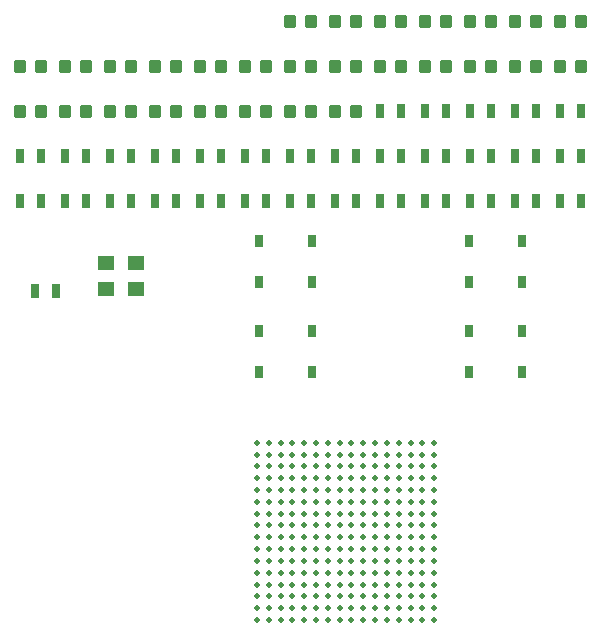
<source format=gbr>
G04 EAGLE Gerber RS-274X export*
G75*
%MOMM*%
%FSLAX34Y34*%
%LPD*%
%INSolderpaste Top*%
%IPPOS*%
%AMOC8*
5,1,8,0,0,1.08239X$1,22.5*%
G01*
%ADD10C,0.300000*%
%ADD11R,0.800000X1.200000*%
%ADD12R,0.700000X1.100000*%
%ADD13C,0.482600*%
%ADD14R,1.397000X1.193800*%


D10*
X335470Y517200D02*
X335470Y524200D01*
X342470Y524200D01*
X342470Y517200D01*
X335470Y517200D01*
X335470Y520050D02*
X342470Y520050D01*
X342470Y522900D02*
X335470Y522900D01*
X317930Y524200D02*
X317930Y517200D01*
X317930Y524200D02*
X324930Y524200D01*
X324930Y517200D01*
X317930Y517200D01*
X317930Y520050D02*
X324930Y520050D01*
X324930Y522900D02*
X317930Y522900D01*
X487870Y555300D02*
X487870Y562300D01*
X494870Y562300D01*
X494870Y555300D01*
X487870Y555300D01*
X487870Y558150D02*
X494870Y558150D01*
X494870Y561000D02*
X487870Y561000D01*
X470330Y562300D02*
X470330Y555300D01*
X470330Y562300D02*
X477330Y562300D01*
X477330Y555300D01*
X470330Y555300D01*
X470330Y558150D02*
X477330Y558150D01*
X477330Y561000D02*
X470330Y561000D01*
X449770Y562300D02*
X449770Y555300D01*
X449770Y562300D02*
X456770Y562300D01*
X456770Y555300D01*
X449770Y555300D01*
X449770Y558150D02*
X456770Y558150D01*
X456770Y561000D02*
X449770Y561000D01*
X432230Y562300D02*
X432230Y555300D01*
X432230Y562300D02*
X439230Y562300D01*
X439230Y555300D01*
X432230Y555300D01*
X432230Y558150D02*
X439230Y558150D01*
X439230Y561000D02*
X432230Y561000D01*
X411670Y562300D02*
X411670Y555300D01*
X411670Y562300D02*
X418670Y562300D01*
X418670Y555300D01*
X411670Y555300D01*
X411670Y558150D02*
X418670Y558150D01*
X418670Y561000D02*
X411670Y561000D01*
X394130Y562300D02*
X394130Y555300D01*
X394130Y562300D02*
X401130Y562300D01*
X401130Y555300D01*
X394130Y555300D01*
X394130Y558150D02*
X401130Y558150D01*
X401130Y561000D02*
X394130Y561000D01*
X373570Y562300D02*
X373570Y555300D01*
X373570Y562300D02*
X380570Y562300D01*
X380570Y555300D01*
X373570Y555300D01*
X373570Y558150D02*
X380570Y558150D01*
X380570Y561000D02*
X373570Y561000D01*
X356030Y562300D02*
X356030Y555300D01*
X356030Y562300D02*
X363030Y562300D01*
X363030Y555300D01*
X356030Y555300D01*
X356030Y558150D02*
X363030Y558150D01*
X363030Y561000D02*
X356030Y561000D01*
X335470Y562300D02*
X335470Y555300D01*
X335470Y562300D02*
X342470Y562300D01*
X342470Y555300D01*
X335470Y555300D01*
X335470Y558150D02*
X342470Y558150D01*
X342470Y561000D02*
X335470Y561000D01*
X317930Y562300D02*
X317930Y555300D01*
X317930Y562300D02*
X324930Y562300D01*
X324930Y555300D01*
X317930Y555300D01*
X317930Y558150D02*
X324930Y558150D01*
X324930Y561000D02*
X317930Y561000D01*
X297370Y562300D02*
X297370Y555300D01*
X297370Y562300D02*
X304370Y562300D01*
X304370Y555300D01*
X297370Y555300D01*
X297370Y558150D02*
X304370Y558150D01*
X304370Y561000D02*
X297370Y561000D01*
X279830Y562300D02*
X279830Y555300D01*
X279830Y562300D02*
X286830Y562300D01*
X286830Y555300D01*
X279830Y555300D01*
X279830Y558150D02*
X286830Y558150D01*
X286830Y561000D02*
X279830Y561000D01*
X259270Y562300D02*
X259270Y555300D01*
X259270Y562300D02*
X266270Y562300D01*
X266270Y555300D01*
X259270Y555300D01*
X259270Y558150D02*
X266270Y558150D01*
X266270Y561000D02*
X259270Y561000D01*
X241730Y562300D02*
X241730Y555300D01*
X241730Y562300D02*
X248730Y562300D01*
X248730Y555300D01*
X241730Y555300D01*
X241730Y558150D02*
X248730Y558150D01*
X248730Y561000D02*
X241730Y561000D01*
X221170Y562300D02*
X221170Y555300D01*
X221170Y562300D02*
X228170Y562300D01*
X228170Y555300D01*
X221170Y555300D01*
X221170Y558150D02*
X228170Y558150D01*
X228170Y561000D02*
X221170Y561000D01*
X203630Y562300D02*
X203630Y555300D01*
X203630Y562300D02*
X210630Y562300D01*
X210630Y555300D01*
X203630Y555300D01*
X203630Y558150D02*
X210630Y558150D01*
X210630Y561000D02*
X203630Y561000D01*
X678370Y593400D02*
X678370Y600400D01*
X685370Y600400D01*
X685370Y593400D01*
X678370Y593400D01*
X678370Y596250D02*
X685370Y596250D01*
X685370Y599100D02*
X678370Y599100D01*
X660830Y600400D02*
X660830Y593400D01*
X660830Y600400D02*
X667830Y600400D01*
X667830Y593400D01*
X660830Y593400D01*
X660830Y596250D02*
X667830Y596250D01*
X667830Y599100D02*
X660830Y599100D01*
X640270Y600400D02*
X640270Y593400D01*
X640270Y600400D02*
X647270Y600400D01*
X647270Y593400D01*
X640270Y593400D01*
X640270Y596250D02*
X647270Y596250D01*
X647270Y599100D02*
X640270Y599100D01*
X622730Y600400D02*
X622730Y593400D01*
X622730Y600400D02*
X629730Y600400D01*
X629730Y593400D01*
X622730Y593400D01*
X622730Y596250D02*
X629730Y596250D01*
X629730Y599100D02*
X622730Y599100D01*
X297370Y524200D02*
X297370Y517200D01*
X297370Y524200D02*
X304370Y524200D01*
X304370Y517200D01*
X297370Y517200D01*
X297370Y520050D02*
X304370Y520050D01*
X304370Y522900D02*
X297370Y522900D01*
X279830Y524200D02*
X279830Y517200D01*
X279830Y524200D02*
X286830Y524200D01*
X286830Y517200D01*
X279830Y517200D01*
X279830Y520050D02*
X286830Y520050D01*
X286830Y522900D02*
X279830Y522900D01*
X602170Y593400D02*
X602170Y600400D01*
X609170Y600400D01*
X609170Y593400D01*
X602170Y593400D01*
X602170Y596250D02*
X609170Y596250D01*
X609170Y599100D02*
X602170Y599100D01*
X584630Y600400D02*
X584630Y593400D01*
X584630Y600400D02*
X591630Y600400D01*
X591630Y593400D01*
X584630Y593400D01*
X584630Y596250D02*
X591630Y596250D01*
X591630Y599100D02*
X584630Y599100D01*
X564070Y600400D02*
X564070Y593400D01*
X564070Y600400D02*
X571070Y600400D01*
X571070Y593400D01*
X564070Y593400D01*
X564070Y596250D02*
X571070Y596250D01*
X571070Y599100D02*
X564070Y599100D01*
X546530Y600400D02*
X546530Y593400D01*
X546530Y600400D02*
X553530Y600400D01*
X553530Y593400D01*
X546530Y593400D01*
X546530Y596250D02*
X553530Y596250D01*
X553530Y599100D02*
X546530Y599100D01*
X525970Y600400D02*
X525970Y593400D01*
X525970Y600400D02*
X532970Y600400D01*
X532970Y593400D01*
X525970Y593400D01*
X525970Y596250D02*
X532970Y596250D01*
X532970Y599100D02*
X525970Y599100D01*
X508430Y600400D02*
X508430Y593400D01*
X508430Y600400D02*
X515430Y600400D01*
X515430Y593400D01*
X508430Y593400D01*
X508430Y596250D02*
X515430Y596250D01*
X515430Y599100D02*
X508430Y599100D01*
X487870Y600400D02*
X487870Y593400D01*
X487870Y600400D02*
X494870Y600400D01*
X494870Y593400D01*
X487870Y593400D01*
X487870Y596250D02*
X494870Y596250D01*
X494870Y599100D02*
X487870Y599100D01*
X470330Y600400D02*
X470330Y593400D01*
X470330Y600400D02*
X477330Y600400D01*
X477330Y593400D01*
X470330Y593400D01*
X470330Y596250D02*
X477330Y596250D01*
X477330Y599100D02*
X470330Y599100D01*
X449770Y600400D02*
X449770Y593400D01*
X449770Y600400D02*
X456770Y600400D01*
X456770Y593400D01*
X449770Y593400D01*
X449770Y596250D02*
X456770Y596250D01*
X456770Y599100D02*
X449770Y599100D01*
X432230Y600400D02*
X432230Y593400D01*
X432230Y600400D02*
X439230Y600400D01*
X439230Y593400D01*
X432230Y593400D01*
X432230Y596250D02*
X439230Y596250D01*
X439230Y599100D02*
X432230Y599100D01*
X487870Y524200D02*
X487870Y517200D01*
X487870Y524200D02*
X494870Y524200D01*
X494870Y517200D01*
X487870Y517200D01*
X487870Y520050D02*
X494870Y520050D01*
X494870Y522900D02*
X487870Y522900D01*
X470330Y524200D02*
X470330Y517200D01*
X470330Y524200D02*
X477330Y524200D01*
X477330Y517200D01*
X470330Y517200D01*
X470330Y520050D02*
X477330Y520050D01*
X477330Y522900D02*
X470330Y522900D01*
X449770Y524200D02*
X449770Y517200D01*
X449770Y524200D02*
X456770Y524200D01*
X456770Y517200D01*
X449770Y517200D01*
X449770Y520050D02*
X456770Y520050D01*
X456770Y522900D02*
X449770Y522900D01*
X432230Y524200D02*
X432230Y517200D01*
X432230Y524200D02*
X439230Y524200D01*
X439230Y517200D01*
X432230Y517200D01*
X432230Y520050D02*
X439230Y520050D01*
X439230Y522900D02*
X432230Y522900D01*
X411670Y524200D02*
X411670Y517200D01*
X411670Y524200D02*
X418670Y524200D01*
X418670Y517200D01*
X411670Y517200D01*
X411670Y520050D02*
X418670Y520050D01*
X418670Y522900D02*
X411670Y522900D01*
X394130Y524200D02*
X394130Y517200D01*
X394130Y524200D02*
X401130Y524200D01*
X401130Y517200D01*
X394130Y517200D01*
X394130Y520050D02*
X401130Y520050D01*
X401130Y522900D02*
X394130Y522900D01*
X373570Y524200D02*
X373570Y517200D01*
X373570Y524200D02*
X380570Y524200D01*
X380570Y517200D01*
X373570Y517200D01*
X373570Y520050D02*
X380570Y520050D01*
X380570Y522900D02*
X373570Y522900D01*
X356030Y524200D02*
X356030Y517200D01*
X356030Y524200D02*
X363030Y524200D01*
X363030Y517200D01*
X356030Y517200D01*
X356030Y520050D02*
X363030Y520050D01*
X363030Y522900D02*
X356030Y522900D01*
X259270Y524200D02*
X259270Y517200D01*
X259270Y524200D02*
X266270Y524200D01*
X266270Y517200D01*
X259270Y517200D01*
X259270Y520050D02*
X266270Y520050D01*
X266270Y522900D02*
X259270Y522900D01*
X241730Y524200D02*
X241730Y517200D01*
X241730Y524200D02*
X248730Y524200D01*
X248730Y517200D01*
X241730Y517200D01*
X241730Y520050D02*
X248730Y520050D01*
X248730Y522900D02*
X241730Y522900D01*
X221170Y524200D02*
X221170Y517200D01*
X221170Y524200D02*
X228170Y524200D01*
X228170Y517200D01*
X221170Y517200D01*
X221170Y520050D02*
X228170Y520050D01*
X228170Y522900D02*
X221170Y522900D01*
X203630Y524200D02*
X203630Y517200D01*
X203630Y524200D02*
X210630Y524200D01*
X210630Y517200D01*
X203630Y517200D01*
X203630Y520050D02*
X210630Y520050D01*
X210630Y522900D02*
X203630Y522900D01*
X678370Y555300D02*
X678370Y562300D01*
X685370Y562300D01*
X685370Y555300D01*
X678370Y555300D01*
X678370Y558150D02*
X685370Y558150D01*
X685370Y561000D02*
X678370Y561000D01*
X660830Y562300D02*
X660830Y555300D01*
X660830Y562300D02*
X667830Y562300D01*
X667830Y555300D01*
X660830Y555300D01*
X660830Y558150D02*
X667830Y558150D01*
X667830Y561000D02*
X660830Y561000D01*
X640270Y562300D02*
X640270Y555300D01*
X640270Y562300D02*
X647270Y562300D01*
X647270Y555300D01*
X640270Y555300D01*
X640270Y558150D02*
X647270Y558150D01*
X647270Y561000D02*
X640270Y561000D01*
X622730Y562300D02*
X622730Y555300D01*
X622730Y562300D02*
X629730Y562300D01*
X629730Y555300D01*
X622730Y555300D01*
X622730Y558150D02*
X629730Y558150D01*
X629730Y561000D02*
X622730Y561000D01*
X602170Y562300D02*
X602170Y555300D01*
X602170Y562300D02*
X609170Y562300D01*
X609170Y555300D01*
X602170Y555300D01*
X602170Y558150D02*
X609170Y558150D01*
X609170Y561000D02*
X602170Y561000D01*
X584630Y562300D02*
X584630Y555300D01*
X584630Y562300D02*
X591630Y562300D01*
X591630Y555300D01*
X584630Y555300D01*
X584630Y558150D02*
X591630Y558150D01*
X591630Y561000D02*
X584630Y561000D01*
X564070Y562300D02*
X564070Y555300D01*
X564070Y562300D02*
X571070Y562300D01*
X571070Y555300D01*
X564070Y555300D01*
X564070Y558150D02*
X571070Y558150D01*
X571070Y561000D02*
X564070Y561000D01*
X546530Y562300D02*
X546530Y555300D01*
X546530Y562300D02*
X553530Y562300D01*
X553530Y555300D01*
X546530Y555300D01*
X546530Y558150D02*
X553530Y558150D01*
X553530Y561000D02*
X546530Y561000D01*
X525970Y562300D02*
X525970Y555300D01*
X525970Y562300D02*
X532970Y562300D01*
X532970Y555300D01*
X525970Y555300D01*
X525970Y558150D02*
X532970Y558150D01*
X532970Y561000D02*
X525970Y561000D01*
X508430Y562300D02*
X508430Y555300D01*
X508430Y562300D02*
X515430Y562300D01*
X515430Y555300D01*
X508430Y555300D01*
X508430Y558150D02*
X515430Y558150D01*
X515430Y561000D02*
X508430Y561000D01*
D11*
X219600Y368300D03*
X237600Y368300D03*
X359300Y444500D03*
X377300Y444500D03*
X321200Y444500D03*
X339200Y444500D03*
X283100Y444500D03*
X301100Y444500D03*
X245000Y444500D03*
X263000Y444500D03*
X206900Y444500D03*
X224900Y444500D03*
X664100Y482600D03*
X682100Y482600D03*
X626000Y482600D03*
X644000Y482600D03*
X587900Y482600D03*
X605900Y482600D03*
X549800Y482600D03*
X567800Y482600D03*
X511700Y482600D03*
X529700Y482600D03*
X664100Y444500D03*
X682100Y444500D03*
X473600Y482600D03*
X491600Y482600D03*
X435500Y482600D03*
X453500Y482600D03*
X397400Y482600D03*
X415400Y482600D03*
X359300Y482600D03*
X377300Y482600D03*
X321200Y482600D03*
X339200Y482600D03*
X283100Y482600D03*
X301100Y482600D03*
X245000Y482600D03*
X263000Y482600D03*
X206900Y482600D03*
X224900Y482600D03*
X664100Y520700D03*
X682100Y520700D03*
X626000Y520700D03*
X644000Y520700D03*
X626000Y444500D03*
X644000Y444500D03*
X587900Y520700D03*
X605900Y520700D03*
X549800Y520700D03*
X567800Y520700D03*
X511700Y520700D03*
X529700Y520700D03*
X587900Y444500D03*
X605900Y444500D03*
X549800Y444500D03*
X567800Y444500D03*
X511700Y444500D03*
X529700Y444500D03*
X473600Y444500D03*
X491600Y444500D03*
X435500Y444500D03*
X453500Y444500D03*
X397400Y444500D03*
X415400Y444500D03*
D12*
X631850Y335000D03*
X631850Y300000D03*
X587350Y300000D03*
X587350Y335000D03*
X454050Y335000D03*
X454050Y300000D03*
X409550Y300000D03*
X409550Y335000D03*
X631850Y411200D03*
X631850Y376200D03*
X587350Y376200D03*
X587350Y411200D03*
X454050Y411200D03*
X454050Y376200D03*
X409550Y376200D03*
X409550Y411200D03*
D13*
X407600Y240100D03*
X417600Y240100D03*
X427600Y240100D03*
X437600Y240100D03*
X447600Y240100D03*
X457600Y240100D03*
X467600Y240100D03*
X477600Y240100D03*
X487600Y240100D03*
X497600Y240100D03*
X507600Y240100D03*
X517600Y240100D03*
X527600Y240100D03*
X537600Y240100D03*
X547600Y240100D03*
X557600Y240100D03*
X407600Y230100D03*
X417600Y230100D03*
X427600Y230100D03*
X437600Y230100D03*
X447600Y230100D03*
X457600Y230100D03*
X467600Y230100D03*
X477600Y230100D03*
X487600Y230100D03*
X497600Y230100D03*
X507600Y230100D03*
X517600Y230100D03*
X527600Y230100D03*
X537600Y230100D03*
X547600Y230100D03*
X557600Y230100D03*
X407600Y220100D03*
X417600Y220100D03*
X427600Y220100D03*
X437600Y220100D03*
X447600Y220100D03*
X457600Y220100D03*
X467600Y220100D03*
X477600Y220100D03*
X487600Y220100D03*
X497600Y220100D03*
X507600Y220100D03*
X517600Y220100D03*
X527600Y220100D03*
X537600Y220100D03*
X547600Y220100D03*
X557600Y220100D03*
X407600Y210100D03*
X417600Y210100D03*
X427600Y210100D03*
X437600Y210100D03*
X447600Y210100D03*
X457600Y210100D03*
X467600Y210100D03*
X477600Y210100D03*
X487600Y210100D03*
X497600Y210100D03*
X507600Y210100D03*
X517600Y210100D03*
X527600Y210100D03*
X537600Y210100D03*
X547600Y210100D03*
X557600Y210100D03*
X407600Y200100D03*
X417600Y200100D03*
X427600Y200100D03*
X437600Y200100D03*
X447600Y200100D03*
X457600Y200100D03*
X467600Y200100D03*
X477600Y200100D03*
X487600Y200100D03*
X497600Y200100D03*
X507600Y200100D03*
X517600Y200100D03*
X527600Y200100D03*
X537600Y200100D03*
X547600Y200100D03*
X557600Y200100D03*
X407600Y190100D03*
X417600Y190100D03*
X427600Y190100D03*
X437600Y190100D03*
X447600Y190100D03*
X457600Y190100D03*
X467600Y190100D03*
X477600Y190100D03*
X487600Y190100D03*
X497600Y190100D03*
X507600Y190100D03*
X517600Y190100D03*
X527600Y190100D03*
X537600Y190100D03*
X547600Y190100D03*
X557600Y190100D03*
X407600Y180100D03*
X417600Y180100D03*
X427600Y180100D03*
X437600Y180100D03*
X447600Y180100D03*
X457600Y180100D03*
X467600Y180100D03*
X477600Y180100D03*
X487600Y180100D03*
X497600Y180100D03*
X507600Y180100D03*
X517600Y180100D03*
X527600Y180100D03*
X537600Y180100D03*
X547600Y180100D03*
X557600Y180100D03*
X407600Y170100D03*
X417600Y170100D03*
X427600Y170100D03*
X437600Y170100D03*
X447600Y170100D03*
X457600Y170100D03*
X467600Y170100D03*
X477600Y170100D03*
X487600Y170100D03*
X497600Y170100D03*
X507600Y170100D03*
X517600Y170100D03*
X527600Y170100D03*
X537600Y170100D03*
X547600Y170100D03*
X557600Y170100D03*
X407600Y160100D03*
X417600Y160100D03*
X427600Y160100D03*
X437600Y160100D03*
X447600Y160100D03*
X457600Y160100D03*
X467600Y160100D03*
X477600Y160100D03*
X487600Y160100D03*
X497600Y160100D03*
X507600Y160100D03*
X517600Y160100D03*
X527600Y160100D03*
X537600Y160100D03*
X547600Y160100D03*
X557600Y160100D03*
X407600Y150100D03*
X417600Y150100D03*
X427600Y150100D03*
X437600Y150100D03*
X447600Y150100D03*
X457600Y150100D03*
X467600Y150100D03*
X477600Y150100D03*
X487600Y150100D03*
X497600Y150100D03*
X507600Y150100D03*
X517600Y150100D03*
X527600Y150100D03*
X537600Y150100D03*
X547600Y150100D03*
X557600Y150100D03*
X407600Y140100D03*
X417600Y140100D03*
X427600Y140100D03*
X437600Y140100D03*
X447600Y140100D03*
X457600Y140100D03*
X467600Y140100D03*
X477600Y140100D03*
X487600Y140100D03*
X497600Y140100D03*
X507600Y140100D03*
X517600Y140100D03*
X527600Y140100D03*
X537600Y140100D03*
X547600Y140100D03*
X557600Y140100D03*
X407600Y130100D03*
X417600Y130100D03*
X427600Y130100D03*
X437600Y130100D03*
X447600Y130100D03*
X457600Y130100D03*
X467600Y130100D03*
X477600Y130100D03*
X487600Y130100D03*
X497600Y130100D03*
X507600Y130100D03*
X517600Y130100D03*
X527600Y130100D03*
X537600Y130100D03*
X547600Y130100D03*
X557600Y130100D03*
X407600Y120100D03*
X417600Y120100D03*
X427600Y120100D03*
X437600Y120100D03*
X447600Y120100D03*
X457600Y120100D03*
X467600Y120100D03*
X477600Y120100D03*
X487600Y120100D03*
X497600Y120100D03*
X507600Y120100D03*
X517600Y120100D03*
X527600Y120100D03*
X537600Y120100D03*
X547600Y120100D03*
X557600Y120100D03*
X407600Y110100D03*
X417600Y110100D03*
X427600Y110100D03*
X437600Y110100D03*
X447600Y110100D03*
X457600Y110100D03*
X467600Y110100D03*
X477600Y110100D03*
X487600Y110100D03*
X497600Y110100D03*
X507600Y110100D03*
X517600Y110100D03*
X527600Y110100D03*
X537600Y110100D03*
X547600Y110100D03*
X557600Y110100D03*
X407600Y100100D03*
X417600Y100100D03*
X427600Y100100D03*
X437600Y100100D03*
X447600Y100100D03*
X457600Y100100D03*
X467600Y100100D03*
X477600Y100100D03*
X487600Y100100D03*
X497600Y100100D03*
X507600Y100100D03*
X517600Y100100D03*
X527600Y100100D03*
X537600Y100100D03*
X547600Y100100D03*
X557600Y100100D03*
X407600Y90100D03*
X417600Y90100D03*
X427600Y90100D03*
X437600Y90100D03*
X447600Y90100D03*
X457600Y90100D03*
X467600Y90100D03*
X477600Y90100D03*
X487600Y90100D03*
X497600Y90100D03*
X507600Y90100D03*
X517600Y90100D03*
X527600Y90100D03*
X537600Y90100D03*
X547600Y90100D03*
X557600Y90100D03*
D14*
X279400Y370000D03*
X304800Y370000D03*
X304800Y392000D03*
X279400Y392000D03*
M02*

</source>
